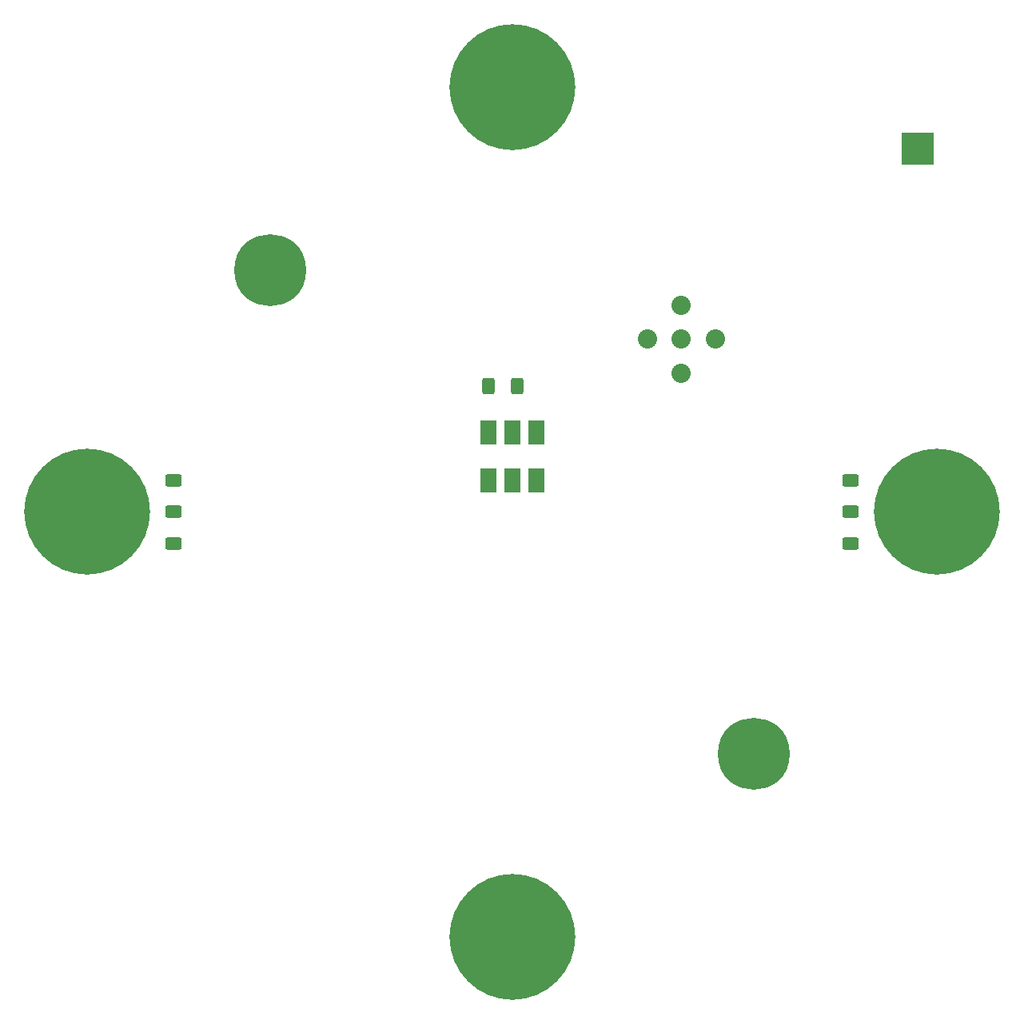
<source format=gbr>
G04 #@! TF.GenerationSoftware,KiCad,Pcbnew,6.0.4-6f826c9f35~116~ubuntu20.04.1*
G04 #@! TF.CreationDate,2022-04-29T13:31:38-04:00*
G04 #@! TF.ProjectId,LWA Cal Test 2022,4c574120-4361-46c2-9054-657374203230,1.3*
G04 #@! TF.SameCoordinates,Original*
G04 #@! TF.FileFunction,Soldermask,Top*
G04 #@! TF.FilePolarity,Negative*
%FSLAX46Y46*%
G04 Gerber Fmt 4.6, Leading zero omitted, Abs format (unit mm)*
G04 Created by KiCad (PCBNEW 6.0.4-6f826c9f35~116~ubuntu20.04.1) date 2022-04-29 13:31:38*
%MOMM*%
%LPD*%
G01*
G04 APERTURE LIST*
G04 Aperture macros list*
%AMRoundRect*
0 Rectangle with rounded corners*
0 $1 Rounding radius*
0 $2 $3 $4 $5 $6 $7 $8 $9 X,Y pos of 4 corners*
0 Add a 4 corners polygon primitive as box body*
4,1,4,$2,$3,$4,$5,$6,$7,$8,$9,$2,$3,0*
0 Add four circle primitives for the rounded corners*
1,1,$1+$1,$2,$3*
1,1,$1+$1,$4,$5*
1,1,$1+$1,$6,$7*
1,1,$1+$1,$8,$9*
0 Add four rect primitives between the rounded corners*
20,1,$1+$1,$2,$3,$4,$5,0*
20,1,$1+$1,$4,$5,$6,$7,0*
20,1,$1+$1,$6,$7,$8,$9,0*
20,1,$1+$1,$8,$9,$2,$3,0*%
G04 Aperture macros list end*
%ADD10C,13.335000*%
%ADD11R,1.651000X2.540000*%
%ADD12R,3.450001X3.450001*%
%ADD13C,7.620000*%
%ADD14RoundRect,0.250000X0.625000X-0.400000X0.625000X0.400000X-0.625000X0.400000X-0.625000X-0.400000X0*%
%ADD15RoundRect,0.250000X-0.625000X0.400000X-0.625000X-0.400000X0.625000X-0.400000X0.625000X0.400000X0*%
%ADD16RoundRect,0.250000X0.400000X0.625000X-0.400000X0.625000X-0.400000X-0.625000X0.400000X-0.625000X0*%
%ADD17C,2.032000*%
G04 APERTURE END LIST*
D10*
G04 #@! TO.C,FP1*
X37143588Y-99745800D03*
G04 #@! TD*
G04 #@! TO.C,FP2*
X127143612Y-99745800D03*
G04 #@! TD*
G04 #@! TO.C,FP3*
X82143600Y-54745788D03*
G04 #@! TD*
G04 #@! TO.C,FP4*
X82143600Y-144745812D03*
G04 #@! TD*
D11*
G04 #@! TO.C,H1*
X84683600Y-91363800D03*
X82143600Y-91363800D03*
X79603600Y-91363800D03*
X79603600Y-96443800D03*
X82143600Y-96443800D03*
X84683600Y-96443800D03*
G04 #@! TD*
D12*
G04 #@! TO.C,TP2*
X125069600Y-61264800D03*
G04 #@! TD*
D13*
G04 #@! TO.C,MH1*
X107769228Y-125371428D03*
G04 #@! TD*
G04 #@! TO.C,MH2*
X56517972Y-74120172D03*
G04 #@! TD*
D14*
G04 #@! TO.C,R1*
X46278800Y-99745800D03*
X46278800Y-96391800D03*
G04 #@! TD*
G04 #@! TO.C,R4*
X118008400Y-99745800D03*
X118008400Y-96391800D03*
G04 #@! TD*
D15*
G04 #@! TO.C,R5*
X118008400Y-99745800D03*
X118008400Y-103099800D03*
G04 #@! TD*
G04 #@! TO.C,R2*
X46278800Y-99745800D03*
X46278800Y-103099800D03*
G04 #@! TD*
D16*
G04 #@! TO.C,R3*
X82703600Y-86410800D03*
X79603600Y-86410800D03*
G04 #@! TD*
D17*
G04 #@! TO.C,S3*
X100050600Y-81457800D03*
X100050600Y-77865698D03*
X103642702Y-81457800D03*
X100050600Y-85049902D03*
X96458498Y-81457800D03*
G04 #@! TD*
M02*

</source>
